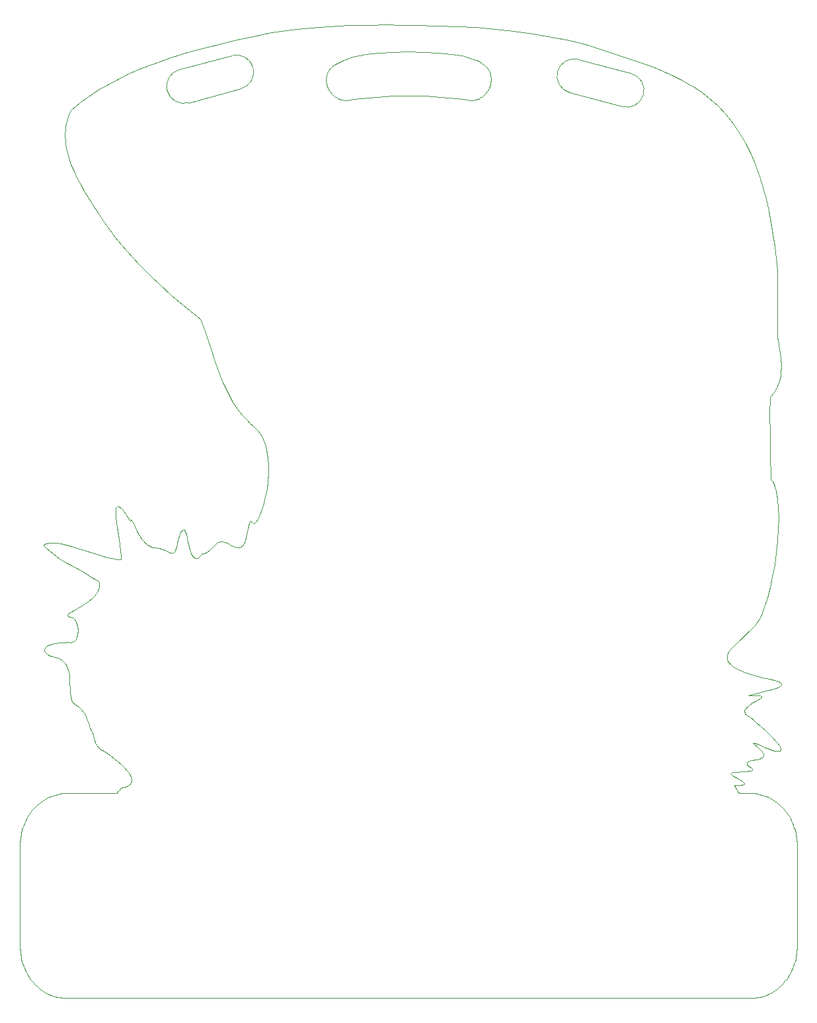
<source format=gbr>
%TF.GenerationSoftware,KiCad,Pcbnew,8.0.0*%
%TF.CreationDate,2024-03-10T20:39:49-05:00*%
%TF.ProjectId,B-Sides 2024,422d5369-6465-4732-9032-3032342e6b69,rev?*%
%TF.SameCoordinates,Original*%
%TF.FileFunction,Profile,NP*%
%FSLAX46Y46*%
G04 Gerber Fmt 4.6, Leading zero omitted, Abs format (unit mm)*
G04 Created by KiCad (PCBNEW 8.0.0) date 2024-03-10 20:39:49*
%MOMM*%
%LPD*%
G01*
G04 APERTURE LIST*
%TA.AperFunction,Profile*%
%ADD10C,0.123989*%
%TD*%
%TA.AperFunction,Profile*%
%ADD11C,0.090406*%
%TD*%
%TA.AperFunction,Profile*%
%ADD12C,0.050000*%
%TD*%
G04 APERTURE END LIST*
D10*
X99312808Y-30034041D02*
X100974774Y-30058970D01*
X104316822Y-30139502D01*
X106665675Y-30208657D01*
X109056142Y-30346609D01*
X111471981Y-30552720D01*
X113896947Y-30826350D01*
X116314797Y-31166860D01*
X118709286Y-31573612D01*
X121064173Y-32045965D01*
X123363212Y-32583281D01*
X125372798Y-33273402D01*
X127408187Y-33942110D01*
X129445992Y-34622676D01*
X131462826Y-35348373D01*
X132456070Y-35738542D01*
X133435302Y-36152471D01*
X134397597Y-36594317D01*
X135340032Y-37068240D01*
X136259684Y-37578399D01*
X137153629Y-38128953D01*
X138018944Y-38724060D01*
X138852706Y-39367880D01*
X139451504Y-39880769D01*
X140020567Y-40412620D01*
X141073034Y-41530189D01*
X142017205Y-42714560D01*
X142860177Y-43959707D01*
X143609047Y-45259603D01*
X144270912Y-46608220D01*
X144852869Y-47999533D01*
X145362014Y-49427514D01*
X145805446Y-50886136D01*
X146190260Y-52369373D01*
X146523554Y-53871198D01*
X146812426Y-55385584D01*
X147285286Y-58427932D01*
X147665618Y-61448202D01*
X147665618Y-70057432D01*
X147677167Y-70189361D01*
X147708874Y-70384400D01*
X147814118Y-70939265D01*
X147944061Y-71672944D01*
X148061412Y-72536356D01*
X148103713Y-73001374D01*
X148128881Y-73480418D01*
X148132257Y-73967354D01*
X148109179Y-74456046D01*
X148054984Y-74940360D01*
X147965013Y-75414159D01*
X147905155Y-75645198D01*
X147834604Y-75871309D01*
X147752778Y-76091723D01*
X147659095Y-76305673D01*
X147659095Y-76305666D01*
X147472428Y-76681964D01*
X147312370Y-76973395D01*
X147176797Y-77193316D01*
X147063582Y-77355084D01*
X146791802Y-77687738D01*
X146758499Y-77759079D01*
X146734802Y-77852403D01*
X146718585Y-77981067D01*
X146707723Y-78158427D01*
X146675315Y-79621950D01*
X146667824Y-80580799D01*
X146677357Y-81842532D01*
X146727738Y-84743613D01*
X146815460Y-88338968D01*
X147015851Y-88593009D01*
X147191686Y-88911299D01*
X147343706Y-89289543D01*
X147472655Y-89723441D01*
X147664307Y-90741017D01*
X147772584Y-91929648D01*
X147803425Y-93254957D01*
X147762771Y-94682567D01*
X147656563Y-96178100D01*
X147490740Y-97707179D01*
X147271244Y-99235426D01*
X147004015Y-100728463D01*
X146694993Y-102151913D01*
X146350119Y-103471399D01*
X145975333Y-104652543D01*
X145576576Y-105660967D01*
X145159789Y-106462294D01*
X144946490Y-106774553D01*
X144730911Y-107022146D01*
X142028228Y-109691740D01*
X141782536Y-109934668D01*
X141582980Y-110168475D01*
X141427459Y-110393358D01*
X141313869Y-110609512D01*
X141240107Y-110817131D01*
X141204070Y-111016411D01*
X141203653Y-111207548D01*
X141236755Y-111390737D01*
X141301271Y-111566172D01*
X141395099Y-111734051D01*
X141516135Y-111894567D01*
X141662276Y-112047915D01*
X141831419Y-112194293D01*
X142021460Y-112333894D01*
X142455825Y-112593548D01*
X142948545Y-112828440D01*
X143482794Y-113040133D01*
X144041745Y-113230190D01*
X144608573Y-113400173D01*
X145698556Y-113686166D01*
X146618133Y-113910612D01*
X147314279Y-114077443D01*
X147580554Y-114158568D01*
X147795844Y-114238218D01*
X147962811Y-114316431D01*
X148084117Y-114393246D01*
X148162423Y-114468700D01*
X148200391Y-114542832D01*
X148200682Y-114615681D01*
X148165957Y-114687285D01*
X148098879Y-114757682D01*
X148002108Y-114826910D01*
X147730135Y-114962016D01*
X147371330Y-115092908D01*
X146946984Y-115219894D01*
X146478388Y-115343281D01*
X145493618Y-115580486D01*
X144587352Y-115806978D01*
X144216887Y-115916974D01*
X143929923Y-116025213D01*
X144711845Y-115992779D01*
X145234898Y-116002681D01*
X145409779Y-116022464D01*
X145532458Y-116051578D01*
X145607107Y-116089606D01*
X145637898Y-116136130D01*
X145629002Y-116190734D01*
X145584591Y-116252998D01*
X145405911Y-116398840D01*
X144805929Y-116764088D01*
X144451373Y-116976812D01*
X144104940Y-117205150D01*
X143800002Y-117445761D01*
X143673524Y-117569625D01*
X143569935Y-117695305D01*
X143493406Y-117822382D01*
X143448110Y-117950441D01*
X143438218Y-118079062D01*
X143467903Y-118207829D01*
X143541334Y-118336324D01*
X143662686Y-118464130D01*
X143836128Y-118590828D01*
X144065834Y-118716001D01*
X144742835Y-119285558D01*
X145635405Y-120069883D01*
X146110852Y-120506099D01*
X146578179Y-120952224D01*
X147016717Y-121393666D01*
X147405796Y-121815828D01*
X147724744Y-122204118D01*
X147851460Y-122381000D01*
X147952892Y-122543941D01*
X148026456Y-122691117D01*
X148069569Y-122820703D01*
X148079646Y-122930875D01*
X148054105Y-123019810D01*
X148027169Y-123055742D01*
X147990360Y-123085682D01*
X147885829Y-123126667D01*
X147737927Y-123140941D01*
X147544072Y-123126681D01*
X147301678Y-123082061D01*
X147008162Y-123005257D01*
X146660941Y-122894445D01*
X146257431Y-122747801D01*
X145000566Y-122209908D01*
X144696349Y-122096686D01*
X144565442Y-122071228D01*
X144554942Y-122087649D01*
X144575724Y-122121497D01*
X144695069Y-122235452D01*
X145132455Y-122606273D01*
X145386249Y-122839060D01*
X145620611Y-123087381D01*
X145803418Y-123339198D01*
X145865450Y-123462655D01*
X145902546Y-123582471D01*
X145910692Y-123697142D01*
X145885872Y-123805162D01*
X145824070Y-123905028D01*
X145721270Y-123995233D01*
X145573459Y-124074274D01*
X145376619Y-124140645D01*
X145126736Y-124192842D01*
X144819793Y-124229360D01*
X144548406Y-124283027D01*
X144321101Y-124337914D01*
X144134897Y-124393866D01*
X143986815Y-124450729D01*
X143873874Y-124508347D01*
X143793094Y-124566566D01*
X143741493Y-124625231D01*
X143716094Y-124684188D01*
X143713914Y-124743281D01*
X143731974Y-124802357D01*
X143767293Y-124861259D01*
X143816891Y-124919835D01*
X143947003Y-125035385D01*
X144098468Y-125147768D01*
X144247444Y-125255747D01*
X144370088Y-125358084D01*
X144414085Y-125406750D01*
X144442558Y-125453542D01*
X144452527Y-125498303D01*
X144441012Y-125540881D01*
X144405032Y-125581120D01*
X144341607Y-125618866D01*
X144247757Y-125653963D01*
X144120501Y-125686257D01*
X143753853Y-125741816D01*
X143217819Y-125784307D01*
X142515129Y-125788110D01*
X142056987Y-125832294D01*
X141908902Y-125867768D01*
X141809088Y-125911225D01*
X141753258Y-125961960D01*
X141737124Y-126019268D01*
X141756397Y-126082446D01*
X141806788Y-126150789D01*
X141983775Y-126300154D01*
X142522485Y-126629877D01*
X143078802Y-126963360D01*
X143277796Y-127117426D01*
X143342492Y-127188825D01*
X143378271Y-127255529D01*
X143380843Y-127316834D01*
X143345920Y-127372034D01*
X143269214Y-127420427D01*
X143146437Y-127461307D01*
X142973300Y-127493971D01*
X142745516Y-127517714D01*
X142108848Y-127535620D01*
X142216744Y-127721305D01*
X142311147Y-127882623D01*
X142393302Y-128021283D01*
X142464452Y-128138994D01*
X142496290Y-128190528D01*
X142525843Y-128237466D01*
X142553268Y-128280021D01*
X142578719Y-128318407D01*
X142602353Y-128352837D01*
X142624325Y-128383527D01*
X142644790Y-128410688D01*
X142663904Y-128434535D01*
X142681822Y-128455281D01*
X142698701Y-128473141D01*
X142714696Y-128488327D01*
X142729961Y-128501053D01*
X142744654Y-128511534D01*
X142758929Y-128519982D01*
X142772942Y-128526612D01*
X142786848Y-128531636D01*
X142800804Y-128535270D01*
X142814964Y-128537725D01*
X142829484Y-128539217D01*
X142844520Y-128539958D01*
X142876762Y-128540045D01*
X142912933Y-128539694D01*
X144183128Y-128539694D01*
X144492113Y-128548416D01*
X144796939Y-128574306D01*
X145097234Y-128616947D01*
X145392629Y-128675923D01*
X145682752Y-128750817D01*
X145967234Y-128841212D01*
X146245703Y-128946693D01*
X146517790Y-129066843D01*
X146783124Y-129201246D01*
X147041334Y-129349485D01*
X147292050Y-129511143D01*
X147534902Y-129685805D01*
X147769518Y-129873054D01*
X147995529Y-130072474D01*
X148212565Y-130283647D01*
X148420253Y-130506159D01*
X148618225Y-130739591D01*
X148806109Y-130983529D01*
X148983536Y-131237555D01*
X149150134Y-131501253D01*
X149305533Y-131774207D01*
X149449363Y-132056000D01*
X149581253Y-132346217D01*
X149700833Y-132644439D01*
X149807732Y-132950252D01*
X149901580Y-133263238D01*
X149982006Y-133582982D01*
X150048640Y-133909066D01*
X150101112Y-134241075D01*
X150139050Y-134578592D01*
X150162085Y-134921200D01*
X150169845Y-135268484D01*
X150169845Y-148086309D01*
X150162085Y-148433592D01*
X150139050Y-148776200D01*
X150101112Y-149113716D01*
X150048641Y-149445725D01*
X149982007Y-149771809D01*
X149901581Y-150091552D01*
X149807733Y-150404538D01*
X149700834Y-150710350D01*
X149581254Y-151008572D01*
X149449365Y-151298788D01*
X149305535Y-151580581D01*
X149150136Y-151853534D01*
X148983538Y-152117232D01*
X148806112Y-152371258D01*
X148618228Y-152615195D01*
X148420256Y-152848628D01*
X148212568Y-153071139D01*
X147995533Y-153282313D01*
X147769522Y-153481732D01*
X147534905Y-153668981D01*
X147292054Y-153843643D01*
X147041337Y-154005301D01*
X146783127Y-154153540D01*
X146517793Y-154287942D01*
X146245706Y-154408092D01*
X145967236Y-154513574D01*
X145682754Y-154603969D01*
X145392631Y-154678863D01*
X145097236Y-154737838D01*
X144796940Y-154780479D01*
X144492114Y-154806369D01*
X144183128Y-154815092D01*
X56623613Y-154815092D01*
X56314629Y-154806369D01*
X56009804Y-154780479D01*
X55709509Y-154737838D01*
X55414115Y-154678863D01*
X55123992Y-154603969D01*
X54839510Y-154513574D01*
X54561041Y-154408092D01*
X54288954Y-154287942D01*
X54023621Y-154153540D01*
X53765411Y-154005301D01*
X53514695Y-153843643D01*
X53271843Y-153668981D01*
X53037227Y-153481732D01*
X52811216Y-153282313D01*
X52594181Y-153071139D01*
X52386492Y-152848628D01*
X52188520Y-152615195D01*
X52000636Y-152371258D01*
X51823209Y-152117232D01*
X51656611Y-151853534D01*
X51501212Y-151580581D01*
X51357382Y-151298788D01*
X51225491Y-151008572D01*
X51105911Y-150710350D01*
X50999012Y-150404538D01*
X50905164Y-150091552D01*
X50824738Y-149771809D01*
X50758104Y-149445725D01*
X50705632Y-149113716D01*
X50667694Y-148776200D01*
X50644659Y-148433592D01*
X50636899Y-148086309D01*
X50636899Y-135268492D01*
X50644659Y-134921208D01*
X50667694Y-134578599D01*
X50705632Y-134241083D01*
X50758104Y-133909074D01*
X50824738Y-133582989D01*
X50905164Y-133263246D01*
X50999012Y-132950259D01*
X51105911Y-132644447D01*
X51225491Y-132346224D01*
X51357381Y-132056008D01*
X51501211Y-131774215D01*
X51656611Y-131501261D01*
X51823209Y-131237563D01*
X52000635Y-130983537D01*
X52188520Y-130739599D01*
X52386491Y-130506166D01*
X52594180Y-130283655D01*
X52811215Y-130072481D01*
X53037226Y-129873062D01*
X53271843Y-129685813D01*
X53514694Y-129511151D01*
X53765410Y-129349493D01*
X54023620Y-129201254D01*
X54288954Y-129066851D01*
X54561041Y-128946701D01*
X54839510Y-128841220D01*
X55123991Y-128750824D01*
X55414114Y-128675930D01*
X55709509Y-128616955D01*
X56009803Y-128574314D01*
X56314629Y-128548424D01*
X56623613Y-128539701D01*
X63018567Y-128539701D01*
X63037598Y-128507458D01*
X63058484Y-128474208D01*
X63081322Y-128439895D01*
X63106209Y-128404463D01*
X63133241Y-128367856D01*
X63162516Y-128330017D01*
X63194130Y-128290891D01*
X63228181Y-128250421D01*
X63303980Y-128165223D01*
X63390687Y-128073974D01*
X63489078Y-127976226D01*
X63599928Y-127871527D01*
X63938051Y-127787949D01*
X64221907Y-127688230D01*
X64454194Y-127573509D01*
X64637613Y-127444924D01*
X64774864Y-127303611D01*
X64868646Y-127150709D01*
X64921658Y-126987356D01*
X64936602Y-126814690D01*
X64916175Y-126633848D01*
X64863079Y-126445968D01*
X64780012Y-126252189D01*
X64669675Y-126053648D01*
X64534766Y-125851483D01*
X64377987Y-125646832D01*
X64009613Y-125234623D01*
X63586150Y-124826123D01*
X63129197Y-124430437D01*
X62660350Y-124056666D01*
X62201208Y-123713914D01*
X61398427Y-123157877D01*
X60893634Y-122835150D01*
X60821744Y-122787825D01*
X60754999Y-122736897D01*
X60693131Y-122682580D01*
X60635872Y-122625091D01*
X60582956Y-122564643D01*
X60534116Y-122501453D01*
X60489082Y-122435736D01*
X60447590Y-122367707D01*
X60409370Y-122297581D01*
X60374157Y-122225573D01*
X60311677Y-122076776D01*
X60258012Y-121923037D01*
X60211022Y-121766078D01*
X60047043Y-121140492D01*
X60001348Y-120993270D01*
X59949496Y-120853162D01*
X59889348Y-120721891D01*
X59855494Y-120660108D01*
X59818764Y-120601179D01*
X59745007Y-120471227D01*
X59675156Y-120313481D01*
X59606800Y-120131527D01*
X59537524Y-119928952D01*
X59386567Y-119476284D01*
X59300060Y-119233366D01*
X59202983Y-118984174D01*
X59092924Y-118732294D01*
X58967471Y-118481314D01*
X58824211Y-118234820D01*
X58745149Y-118114376D01*
X58660730Y-117996399D01*
X58570654Y-117881337D01*
X58474618Y-117769638D01*
X58372320Y-117661750D01*
X58263460Y-117558123D01*
X58147735Y-117459204D01*
X58024844Y-117365442D01*
X57894485Y-117277285D01*
X57756358Y-117195181D01*
X57623620Y-117107308D01*
X57508719Y-117002265D01*
X57410288Y-116881126D01*
X57326958Y-116744966D01*
X57257362Y-116594862D01*
X57200131Y-116431888D01*
X57153897Y-116257120D01*
X57117292Y-116071633D01*
X57067496Y-115672804D01*
X57039799Y-115244004D01*
X57006924Y-114330900D01*
X56979856Y-113863803D01*
X56931109Y-113401145D01*
X56849737Y-112951531D01*
X56793396Y-112734303D01*
X56724795Y-112523562D01*
X56642566Y-112320383D01*
X56545340Y-112125842D01*
X56431750Y-111941014D01*
X56300426Y-111766973D01*
X56150002Y-111604796D01*
X55979109Y-111455559D01*
X55786380Y-111320335D01*
X55570444Y-111200201D01*
X55322249Y-111155590D01*
X55091750Y-111104273D01*
X54879090Y-111046804D01*
X54684413Y-110983736D01*
X54507859Y-110915623D01*
X54349571Y-110843017D01*
X54209691Y-110766473D01*
X54088362Y-110686544D01*
X53985726Y-110603782D01*
X53901924Y-110518742D01*
X53837100Y-110431978D01*
X53791396Y-110344041D01*
X53764953Y-110255487D01*
X53757914Y-110166867D01*
X53770421Y-110078736D01*
X53802617Y-109991648D01*
X53854643Y-109906154D01*
X53926642Y-109822810D01*
X54018756Y-109742168D01*
X54131128Y-109664782D01*
X54263899Y-109591204D01*
X54417212Y-109521990D01*
X54591209Y-109457691D01*
X54786033Y-109398862D01*
X55001825Y-109346055D01*
X55238727Y-109299825D01*
X55496883Y-109260724D01*
X55776434Y-109229306D01*
X56077523Y-109206125D01*
X56400291Y-109191734D01*
X56744881Y-109186685D01*
X57111435Y-109191534D01*
X57218277Y-109190466D01*
X57319056Y-109172745D01*
X57413694Y-109139387D01*
X57502113Y-109091412D01*
X57584235Y-109029836D01*
X57659982Y-108955677D01*
X57729274Y-108869952D01*
X57792033Y-108773680D01*
X57848182Y-108667878D01*
X57897641Y-108553563D01*
X57940333Y-108431753D01*
X57976178Y-108303467D01*
X58005099Y-108169721D01*
X58027017Y-108031533D01*
X58041854Y-107889921D01*
X58049531Y-107745902D01*
X58049970Y-107600494D01*
X58043093Y-107454715D01*
X58028821Y-107309583D01*
X58007075Y-107166115D01*
X57977778Y-107025328D01*
X57940851Y-106888240D01*
X57896216Y-106755870D01*
X57843794Y-106629234D01*
X57783507Y-106509350D01*
X57715276Y-106397236D01*
X57639023Y-106293910D01*
X57554671Y-106200388D01*
X57462139Y-106117690D01*
X57361350Y-106046832D01*
X57252226Y-105988832D01*
X57134688Y-105944708D01*
X56965262Y-105906456D01*
X56842932Y-105861821D01*
X56764801Y-105810769D01*
X56727972Y-105753263D01*
X56729548Y-105689265D01*
X56766631Y-105618741D01*
X56836325Y-105541654D01*
X56935732Y-105457967D01*
X57212098Y-105270651D01*
X57572552Y-105056502D01*
X58453014Y-104546550D01*
X58926667Y-104250166D01*
X59391701Y-103925790D01*
X59824936Y-103573133D01*
X60022387Y-103386108D01*
X60203196Y-103191904D01*
X60364468Y-102990485D01*
X60503305Y-102781814D01*
X60616809Y-102565856D01*
X60702084Y-102342573D01*
X60756232Y-102111931D01*
X60776357Y-101873891D01*
X60759560Y-101628419D01*
X60702946Y-101375479D01*
X60258631Y-101092183D01*
X59806579Y-100819080D01*
X58886247Y-100294240D01*
X57029539Y-99265545D01*
X56572201Y-98999310D01*
X56121089Y-98724846D01*
X55677948Y-98439848D01*
X55244525Y-98142016D01*
X54822564Y-97829044D01*
X54413811Y-97498632D01*
X54020012Y-97148476D01*
X53642910Y-96776274D01*
X53760046Y-96656572D01*
X53904681Y-96562336D01*
X54075309Y-96492154D01*
X54270426Y-96444614D01*
X54488525Y-96418303D01*
X54728103Y-96411812D01*
X55265672Y-96452637D01*
X55871090Y-96555797D01*
X56532315Y-96709996D01*
X57237306Y-96903943D01*
X57974020Y-97126342D01*
X60997283Y-98074597D01*
X61711990Y-98269857D01*
X62386171Y-98425809D01*
X63007783Y-98531159D01*
X63564784Y-98574613D01*
X63560409Y-98035894D01*
X63509295Y-97401279D01*
X63423762Y-96697857D01*
X63316126Y-95952720D01*
X63083823Y-94445654D01*
X62983790Y-93737904D01*
X62910929Y-93096797D01*
X62877556Y-92549422D01*
X62879527Y-92319349D01*
X62895989Y-92122868D01*
X62928483Y-91963365D01*
X62978548Y-91844225D01*
X63047723Y-91768836D01*
X63137550Y-91740582D01*
X63249566Y-91762852D01*
X63385312Y-91839030D01*
X63546328Y-91972504D01*
X63734154Y-92166658D01*
X63950329Y-92424880D01*
X64196393Y-92750555D01*
X64784348Y-93617811D01*
X64815440Y-93556298D01*
X64848115Y-93521052D01*
X64882639Y-93510533D01*
X64919274Y-93523204D01*
X64958286Y-93557524D01*
X64999938Y-93611954D01*
X65092221Y-93774988D01*
X65619804Y-94923696D01*
X65801880Y-95273449D01*
X66008254Y-95623604D01*
X66241040Y-95961849D01*
X66367998Y-96122657D01*
X66502351Y-96275870D01*
X66644364Y-96419948D01*
X66794301Y-96553352D01*
X66952426Y-96674544D01*
X67119003Y-96781984D01*
X67294296Y-96874133D01*
X67478570Y-96949451D01*
X67672089Y-97006400D01*
X67875116Y-97043440D01*
X68082986Y-97074345D01*
X68278974Y-97111665D01*
X68463525Y-97154360D01*
X68637082Y-97201391D01*
X68952987Y-97304304D01*
X69230239Y-97412086D01*
X69682979Y-97608989D01*
X69865564Y-97681477D01*
X69947464Y-97707592D01*
X70023692Y-97725568D01*
X70094693Y-97734365D01*
X70160911Y-97732944D01*
X70222789Y-97720265D01*
X70280770Y-97695288D01*
X70335299Y-97656975D01*
X70386819Y-97604285D01*
X70435773Y-97536179D01*
X70482605Y-97451617D01*
X70527759Y-97349560D01*
X70571678Y-97228968D01*
X70614806Y-97088802D01*
X70657587Y-96928021D01*
X70743881Y-96540459D01*
X70834108Y-96057966D01*
X71097423Y-95343618D01*
X71212870Y-95097323D01*
X71318673Y-94918551D01*
X71415706Y-94802505D01*
X71504841Y-94744386D01*
X71586951Y-94739397D01*
X71662908Y-94782740D01*
X71733585Y-94869618D01*
X71799856Y-94995232D01*
X71922668Y-95343479D01*
X72153812Y-96293714D01*
X72412197Y-97326393D01*
X72569060Y-97777694D01*
X72657464Y-97970294D01*
X72753680Y-98134462D01*
X72858581Y-98265400D01*
X72973039Y-98358313D01*
X73097928Y-98408401D01*
X73234119Y-98410866D01*
X73382487Y-98360913D01*
X73543903Y-98253741D01*
X73719240Y-98084554D01*
X73909372Y-97848554D01*
X74097872Y-97812788D01*
X74270430Y-97766714D01*
X74428210Y-97711382D01*
X74572378Y-97647840D01*
X74704099Y-97577139D01*
X74824538Y-97500326D01*
X74934860Y-97418451D01*
X75036230Y-97332563D01*
X75129812Y-97243711D01*
X75216772Y-97152944D01*
X75375487Y-96969861D01*
X75521693Y-96791707D01*
X75664710Y-96626875D01*
X75737936Y-96552077D01*
X75813860Y-96483756D01*
X75893647Y-96422962D01*
X75978462Y-96370744D01*
X76069470Y-96328150D01*
X76167836Y-96296230D01*
X76274726Y-96276032D01*
X76391303Y-96268607D01*
X76518733Y-96275002D01*
X76658182Y-96296267D01*
X76810814Y-96333452D01*
X76977794Y-96387604D01*
X77160287Y-96459773D01*
X77359458Y-96551009D01*
X77576473Y-96662359D01*
X77812496Y-96794874D01*
X78047599Y-96916834D01*
X78261830Y-96997657D01*
X78456316Y-97040102D01*
X78632182Y-97046922D01*
X78790557Y-97020876D01*
X78932567Y-96964718D01*
X79059338Y-96881205D01*
X79171998Y-96773093D01*
X79271673Y-96643139D01*
X79359489Y-96494097D01*
X79436575Y-96328724D01*
X79504057Y-96149777D01*
X79614713Y-95762184D01*
X79700474Y-95353364D01*
X79833363Y-94560245D01*
X79898521Y-94220042D01*
X79974841Y-93946810D01*
X80020003Y-93842197D01*
X80071336Y-93762595D01*
X80129966Y-93710760D01*
X80197020Y-93689448D01*
X80273626Y-93701415D01*
X80360909Y-93749418D01*
X80459998Y-93836211D01*
X80572017Y-93964552D01*
X80694199Y-93882941D01*
X80821244Y-93754740D01*
X81084741Y-93369191D01*
X81352158Y-92829161D01*
X81613141Y-92155905D01*
X81857339Y-91370678D01*
X82074398Y-90494736D01*
X82253966Y-89549335D01*
X82385692Y-88555729D01*
X82459222Y-87535174D01*
X82464205Y-86508925D01*
X82390287Y-85498238D01*
X82320506Y-85005372D01*
X82227117Y-84524368D01*
X82108827Y-84057882D01*
X81964342Y-83608571D01*
X81792368Y-83179091D01*
X81591610Y-82772101D01*
X81360775Y-82390256D01*
X81098568Y-82036215D01*
X80803696Y-81712632D01*
X80474864Y-81422167D01*
X80088071Y-81082782D01*
X79722299Y-80732691D01*
X79376582Y-80372399D01*
X79049954Y-80002407D01*
X78450100Y-79235336D01*
X77915009Y-78435503D01*
X77436951Y-77606931D01*
X77008199Y-76753643D01*
X76621023Y-75879662D01*
X76267694Y-74989012D01*
X75631664Y-73173797D01*
X75038280Y-71340184D01*
X74425709Y-69520360D01*
X74092908Y-68625677D01*
X73732124Y-67746511D01*
X71919467Y-66276190D01*
X70135256Y-64766043D01*
X68392949Y-63207266D01*
X67541714Y-62406889D01*
X66706002Y-61591053D01*
X65887495Y-60758657D01*
X65087874Y-59908601D01*
X64308822Y-59039783D01*
X63552022Y-58151103D01*
X62819155Y-57241461D01*
X62111904Y-56309756D01*
X61431951Y-55354887D01*
X60780978Y-54375753D01*
X59820255Y-52887312D01*
X58843469Y-51301782D01*
X58374496Y-50478996D01*
X57932040Y-49639604D01*
X57526279Y-48786159D01*
X57167389Y-47921217D01*
X56865550Y-47047333D01*
X56630937Y-46167063D01*
X56542021Y-45725331D01*
X56473728Y-45282961D01*
X56427332Y-44840271D01*
X56404102Y-44397582D01*
X56405313Y-43955212D01*
X56432236Y-43513481D01*
X56486143Y-43072709D01*
X56568307Y-42633214D01*
X56679999Y-42195317D01*
X56822492Y-41759336D01*
X56997058Y-41325591D01*
X57204970Y-40894401D01*
X58294549Y-40008822D01*
X59440249Y-39177489D01*
X60636114Y-38398276D01*
X61876189Y-37669059D01*
X63154516Y-36987715D01*
X64465139Y-36352117D01*
X65802102Y-35760142D01*
X67159450Y-35209664D01*
X68531224Y-34698560D01*
X69911470Y-34224704D01*
X71294231Y-33785973D01*
X72673551Y-33380240D01*
X75398041Y-32659276D01*
X78037290Y-32044813D01*
X79257094Y-31752393D01*
X80476871Y-31487799D01*
X82917098Y-31037217D01*
X85359475Y-30683324D01*
X87805506Y-30416379D01*
X90256695Y-30226639D01*
X92714546Y-30104362D01*
X95180563Y-30039807D01*
X97656250Y-30023231D01*
X99312808Y-30034041D01*
D11*
X102328178Y-33503496D02*
X104210336Y-33598550D01*
X105079677Y-33672007D01*
X105883176Y-33762740D01*
X106607318Y-33870740D01*
X107238590Y-33996000D01*
X107790399Y-34134166D01*
X108286970Y-34280691D01*
X108731019Y-34435276D01*
X109125259Y-34597622D01*
X109472408Y-34767432D01*
X109775178Y-34944406D01*
X110036287Y-35128246D01*
X110258448Y-35318654D01*
X110444378Y-35515331D01*
X110596790Y-35717979D01*
X110718401Y-35926299D01*
X110811926Y-36139993D01*
X110880080Y-36358762D01*
X110925577Y-36582308D01*
X110951134Y-36810332D01*
X110959465Y-37042536D01*
X110955988Y-37180632D01*
X110945640Y-37316916D01*
X110928588Y-37451219D01*
X110905003Y-37583373D01*
X110875052Y-37713209D01*
X110838904Y-37840558D01*
X110796728Y-37965252D01*
X110748692Y-38087122D01*
X110694965Y-38206000D01*
X110635716Y-38321717D01*
X110571113Y-38434104D01*
X110501326Y-38542993D01*
X110426522Y-38648216D01*
X110346871Y-38749603D01*
X110262541Y-38846985D01*
X110173700Y-38940196D01*
X110080518Y-39029065D01*
X109983164Y-39113424D01*
X109881805Y-39193105D01*
X109776610Y-39267939D01*
X109667749Y-39337757D01*
X109555389Y-39402391D01*
X109439700Y-39461672D01*
X109320850Y-39515432D01*
X109199008Y-39563502D01*
X109074342Y-39605713D01*
X108947022Y-39641897D01*
X108817215Y-39671885D01*
X108685091Y-39695508D01*
X108550818Y-39712599D01*
X108414565Y-39722988D01*
X108276500Y-39726507D01*
X107416299Y-39586183D01*
X106506457Y-39464650D01*
X104566242Y-39277906D01*
X102512644Y-39166174D01*
X100402451Y-39129356D01*
X98292451Y-39167350D01*
X96239434Y-39280057D01*
X94300186Y-39467376D01*
X93390973Y-39588984D01*
X92531497Y-39729208D01*
X92393369Y-39725466D01*
X92257055Y-39714867D01*
X92122723Y-39697579D01*
X91990543Y-39673771D01*
X91860682Y-39643611D01*
X91733310Y-39607267D01*
X91608594Y-39564907D01*
X91486705Y-39516698D01*
X91367810Y-39462811D01*
X91252078Y-39403411D01*
X91139678Y-39338668D01*
X91030778Y-39268750D01*
X90925547Y-39193825D01*
X90824153Y-39114061D01*
X90726766Y-39029626D01*
X90633554Y-38940688D01*
X90544685Y-38847416D01*
X90460329Y-38749977D01*
X90380653Y-38648540D01*
X90305827Y-38543273D01*
X90236020Y-38434344D01*
X90171398Y-38321921D01*
X90112133Y-38206173D01*
X90058391Y-38087267D01*
X90010343Y-37965372D01*
X89968155Y-37840655D01*
X89931998Y-37713286D01*
X89902039Y-37583431D01*
X89878448Y-37451260D01*
X89861392Y-37316940D01*
X89851042Y-37180639D01*
X89847564Y-37042526D01*
X89847563Y-37042526D01*
X89847562Y-37042526D01*
X89847561Y-37042526D01*
X89847560Y-37042525D01*
X89849940Y-36932837D01*
X89857055Y-36823977D01*
X89869165Y-36715972D01*
X89886529Y-36608845D01*
X89909409Y-36502622D01*
X89938062Y-36397328D01*
X89972751Y-36292988D01*
X90013733Y-36189626D01*
X90061270Y-36087268D01*
X90115622Y-35985939D01*
X90177047Y-35885663D01*
X90245806Y-35786466D01*
X90322160Y-35688373D01*
X90406367Y-35591408D01*
X90498687Y-35495596D01*
X90599382Y-35400964D01*
X90708710Y-35307534D01*
X90826931Y-35215333D01*
X90954306Y-35124386D01*
X91091094Y-35034717D01*
X91237555Y-34946351D01*
X91393949Y-34859314D01*
X91560537Y-34773630D01*
X91737577Y-34689324D01*
X91925330Y-34606422D01*
X92124055Y-34524948D01*
X92334013Y-34444927D01*
X92555464Y-34366384D01*
X92788667Y-34289344D01*
X93033882Y-34213833D01*
X93291370Y-34139874D01*
X93561389Y-34067494D01*
X94166796Y-33933017D01*
X94868522Y-33815911D01*
X95653052Y-33716170D01*
X96506875Y-33633784D01*
X98368340Y-33521049D01*
X100344810Y-33477641D01*
X102328178Y-33503496D01*
D12*
%TO.C,H2*%
X78930824Y-38222482D02*
X72188218Y-40029248D01*
X77811782Y-33970752D02*
X71069176Y-35777518D01*
X72188218Y-40029247D02*
G75*
G02*
X71069176Y-35777519I-568958J2123380D01*
G01*
X77811782Y-33970753D02*
G75*
G02*
X78930824Y-38222481I568958J-2123380D01*
G01*
%TO.C,H1*%
X122207047Y-34475888D02*
X128949699Y-36282485D01*
X121050301Y-38717515D02*
X127792953Y-40524112D01*
X128949699Y-36282486D02*
G75*
G02*
X127792953Y-40524113I-568959J-2123381D01*
G01*
X121050301Y-38717514D02*
G75*
G02*
X122207047Y-34475887I568959J2123381D01*
G01*
%TD*%
M02*

</source>
